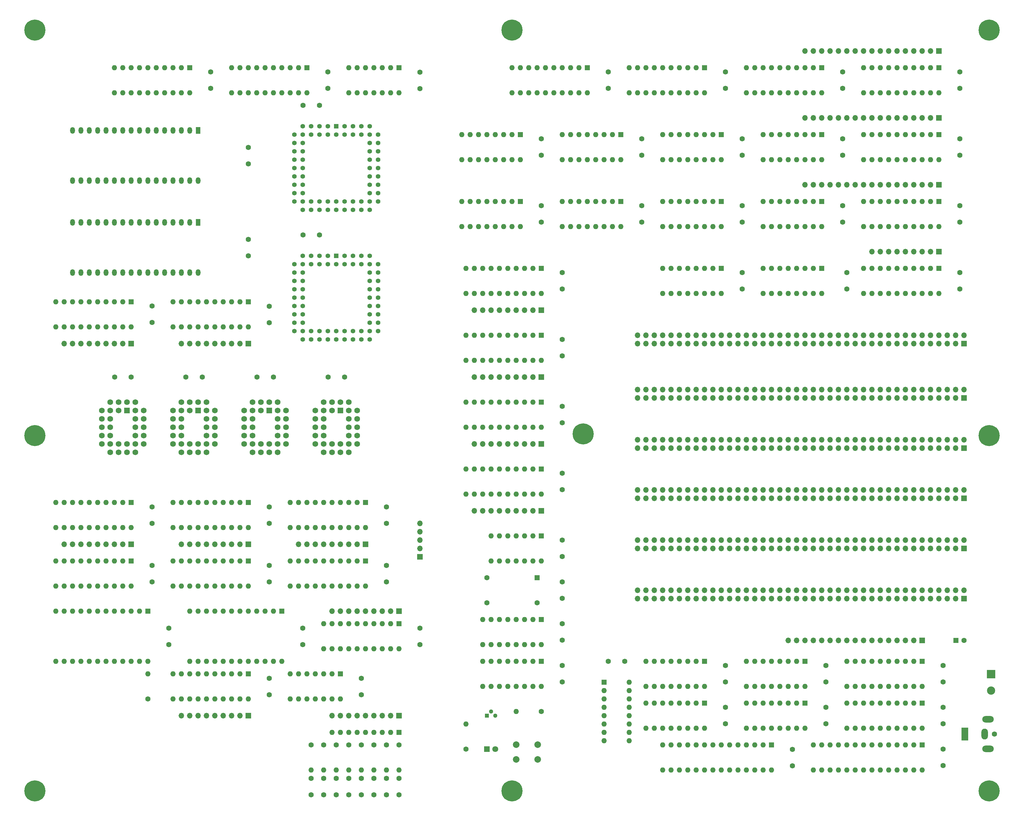
<source format=gbr>
G04 #@! TF.GenerationSoftware,KiCad,Pcbnew,(5.1.0-0)*
G04 #@! TF.CreationDate,2019-12-31T10:28:15-08:00*
G04 #@! TF.ProjectId,MainBoard,4d61696e-426f-4617-9264-2e6b69636164,rev?*
G04 #@! TF.SameCoordinates,Original*
G04 #@! TF.FileFunction,Soldermask,Top*
G04 #@! TF.FilePolarity,Negative*
%FSLAX46Y46*%
G04 Gerber Fmt 4.6, Leading zero omitted, Abs format (unit mm)*
G04 Created by KiCad (PCBNEW (5.1.0-0)) date 2019-12-31 10:28:15*
%MOMM*%
%LPD*%
G04 APERTURE LIST*
%ADD10C,1.600000*%
%ADD11R,1.600000X1.600000*%
%ADD12R,1.750000X1.750000*%
%ADD13C,1.750000*%
%ADD14O,1.700000X1.700000*%
%ADD15R,1.700000X1.700000*%
%ADD16O,1.600000X1.600000*%
%ADD17R,1.300000X1.300000*%
%ADD18C,1.300000*%
%ADD19C,2.000000*%
%ADD20C,1.800000*%
%ADD21R,1.800000X1.800000*%
%ADD22C,6.400000*%
%ADD23O,1.440000X2.000000*%
%ADD24R,1.440000X2.000000*%
%ADD25R,2.000000X4.000000*%
%ADD26O,2.000000X3.300000*%
%ADD27O,3.500000X2.000000*%
%ADD28C,2.500000*%
%ADD29R,2.500000X2.500000*%
%ADD30C,1.422400*%
%ADD31R,1.422400X1.422400*%
G04 APERTURE END LIST*
D10*
X449580000Y-283210000D03*
D11*
X447080000Y-283210000D03*
D12*
X217170000Y-213360000D03*
D13*
X214630000Y-213360000D03*
X219710000Y-213360000D03*
X222250000Y-213360000D03*
X214630000Y-210820000D03*
X212090000Y-210820000D03*
X217170000Y-210820000D03*
X219710000Y-210820000D03*
X212090000Y-213360000D03*
X212090000Y-215900000D03*
X212090000Y-218440000D03*
X212090000Y-220980000D03*
X209550000Y-213360000D03*
X209550000Y-215900000D03*
X209550000Y-218440000D03*
X209550000Y-220980000D03*
X209550000Y-223520000D03*
X212090000Y-223520000D03*
X214630000Y-223520000D03*
X217170000Y-223520000D03*
X219710000Y-223520000D03*
X212090000Y-226060000D03*
X214630000Y-226060000D03*
X217170000Y-226060000D03*
X219710000Y-226060000D03*
X219710000Y-220980000D03*
X219710000Y-218440000D03*
X219710000Y-215900000D03*
X222250000Y-223520000D03*
X222250000Y-220980000D03*
X222250000Y-218440000D03*
X222250000Y-215900000D03*
X222250000Y-213360000D03*
D12*
X195580000Y-213360000D03*
D13*
X193040000Y-213360000D03*
X198120000Y-213360000D03*
X200660000Y-213360000D03*
X193040000Y-210820000D03*
X190500000Y-210820000D03*
X195580000Y-210820000D03*
X198120000Y-210820000D03*
X190500000Y-213360000D03*
X190500000Y-215900000D03*
X190500000Y-218440000D03*
X190500000Y-220980000D03*
X187960000Y-213360000D03*
X187960000Y-215900000D03*
X187960000Y-218440000D03*
X187960000Y-220980000D03*
X187960000Y-223520000D03*
X190500000Y-223520000D03*
X193040000Y-223520000D03*
X195580000Y-223520000D03*
X198120000Y-223520000D03*
X190500000Y-226060000D03*
X193040000Y-226060000D03*
X195580000Y-226060000D03*
X198120000Y-226060000D03*
X198120000Y-220980000D03*
X198120000Y-218440000D03*
X198120000Y-215900000D03*
X200660000Y-223520000D03*
X200660000Y-220980000D03*
X200660000Y-218440000D03*
X200660000Y-215900000D03*
X200660000Y-213360000D03*
D12*
X260350000Y-213360000D03*
D13*
X257810000Y-213360000D03*
X262890000Y-213360000D03*
X265430000Y-213360000D03*
X257810000Y-210820000D03*
X255270000Y-210820000D03*
X260350000Y-210820000D03*
X262890000Y-210820000D03*
X255270000Y-213360000D03*
X255270000Y-215900000D03*
X255270000Y-218440000D03*
X255270000Y-220980000D03*
X252730000Y-213360000D03*
X252730000Y-215900000D03*
X252730000Y-218440000D03*
X252730000Y-220980000D03*
X252730000Y-223520000D03*
X255270000Y-223520000D03*
X257810000Y-223520000D03*
X260350000Y-223520000D03*
X262890000Y-223520000D03*
X255270000Y-226060000D03*
X257810000Y-226060000D03*
X260350000Y-226060000D03*
X262890000Y-226060000D03*
X262890000Y-220980000D03*
X262890000Y-218440000D03*
X262890000Y-215900000D03*
X265430000Y-223520000D03*
X265430000Y-220980000D03*
X265430000Y-218440000D03*
X265430000Y-215900000D03*
X265430000Y-213360000D03*
D12*
X238760000Y-213360000D03*
D13*
X236220000Y-213360000D03*
X241300000Y-213360000D03*
X243840000Y-213360000D03*
X236220000Y-210820000D03*
X233680000Y-210820000D03*
X238760000Y-210820000D03*
X241300000Y-210820000D03*
X233680000Y-213360000D03*
X233680000Y-215900000D03*
X233680000Y-218440000D03*
X233680000Y-220980000D03*
X231140000Y-213360000D03*
X231140000Y-215900000D03*
X231140000Y-218440000D03*
X231140000Y-220980000D03*
X231140000Y-223520000D03*
X233680000Y-223520000D03*
X236220000Y-223520000D03*
X238760000Y-223520000D03*
X241300000Y-223520000D03*
X233680000Y-226060000D03*
X236220000Y-226060000D03*
X238760000Y-226060000D03*
X241300000Y-226060000D03*
X241300000Y-220980000D03*
X241300000Y-218440000D03*
X241300000Y-215900000D03*
X243840000Y-223520000D03*
X243840000Y-220980000D03*
X243840000Y-218440000D03*
X243840000Y-215900000D03*
X243840000Y-213360000D03*
D14*
X284480000Y-247650000D03*
X284480000Y-250190000D03*
X284480000Y-252730000D03*
X284480000Y-255270000D03*
D15*
X284480000Y-257810000D03*
D10*
X266700000Y-299720000D03*
X266700000Y-294720000D03*
D14*
X212090000Y-306070000D03*
X214630000Y-306070000D03*
X217170000Y-306070000D03*
X219710000Y-306070000D03*
X222250000Y-306070000D03*
X224790000Y-306070000D03*
X227330000Y-306070000D03*
X229870000Y-306070000D03*
D15*
X232410000Y-306070000D03*
D16*
X278130000Y-285750000D03*
X255270000Y-278130000D03*
X275590000Y-285750000D03*
X257810000Y-278130000D03*
X273050000Y-285750000D03*
X260350000Y-278130000D03*
X270510000Y-285750000D03*
X262890000Y-278130000D03*
X267970000Y-285750000D03*
X265430000Y-278130000D03*
X265430000Y-285750000D03*
X267970000Y-278130000D03*
X262890000Y-285750000D03*
X270510000Y-278130000D03*
X260350000Y-285750000D03*
X273050000Y-278130000D03*
X257810000Y-285750000D03*
X275590000Y-278130000D03*
X255270000Y-285750000D03*
D11*
X278130000Y-278130000D03*
D16*
X260350000Y-300990000D03*
X245110000Y-293370000D03*
X257810000Y-300990000D03*
X247650000Y-293370000D03*
X255270000Y-300990000D03*
X250190000Y-293370000D03*
X252730000Y-300990000D03*
X252730000Y-293370000D03*
X250190000Y-300990000D03*
X255270000Y-293370000D03*
X247650000Y-300990000D03*
X257810000Y-293370000D03*
X245110000Y-300990000D03*
D11*
X260350000Y-293370000D03*
D10*
X327660000Y-278130000D03*
X327660000Y-283130000D03*
D16*
X278130000Y-322580000D03*
D10*
X278130000Y-314960000D03*
D16*
X274320000Y-322580000D03*
D10*
X274320000Y-314960000D03*
D16*
X270510000Y-322580000D03*
D10*
X270510000Y-314960000D03*
D16*
X266700000Y-322580000D03*
D10*
X266700000Y-314960000D03*
D16*
X262890000Y-322580000D03*
D10*
X262890000Y-314960000D03*
D16*
X259080000Y-322580000D03*
D10*
X259080000Y-314960000D03*
D16*
X255270000Y-322580000D03*
D10*
X255270000Y-314960000D03*
D16*
X251460000Y-322580000D03*
D10*
X251460000Y-314960000D03*
X278130000Y-330120000D03*
X278130000Y-325120000D03*
X274320000Y-330120000D03*
X274320000Y-325120000D03*
X270510000Y-330120000D03*
X270510000Y-325120000D03*
X266700000Y-330120000D03*
X266700000Y-325120000D03*
X262890000Y-330120000D03*
X262890000Y-325120000D03*
X259080000Y-330120000D03*
X259080000Y-325120000D03*
X255270000Y-330120000D03*
X255270000Y-325120000D03*
X251460000Y-330120000D03*
X251460000Y-325120000D03*
D16*
X321310000Y-297180000D03*
X303530000Y-289560000D03*
X318770000Y-297180000D03*
X306070000Y-289560000D03*
X316230000Y-297180000D03*
X308610000Y-289560000D03*
X313690000Y-297180000D03*
X311150000Y-289560000D03*
X311150000Y-297180000D03*
X313690000Y-289560000D03*
X308610000Y-297180000D03*
X316230000Y-289560000D03*
X306070000Y-297180000D03*
X318770000Y-289560000D03*
X303530000Y-297180000D03*
D11*
X321310000Y-289560000D03*
D17*
X304800000Y-306070000D03*
D18*
X307340000Y-306070000D03*
X306070000Y-304800000D03*
D16*
X321310000Y-259080000D03*
X306070000Y-251460000D03*
X318770000Y-259080000D03*
X308610000Y-251460000D03*
X316230000Y-259080000D03*
X311150000Y-251460000D03*
X313690000Y-259080000D03*
X313690000Y-251460000D03*
X311150000Y-259080000D03*
X316230000Y-251460000D03*
X308610000Y-259080000D03*
X318770000Y-251460000D03*
X306070000Y-259080000D03*
D11*
X321310000Y-251460000D03*
D19*
X313690000Y-319350000D03*
X313690000Y-314850000D03*
X320190000Y-319350000D03*
X320190000Y-314850000D03*
D16*
X298450000Y-308610000D03*
D10*
X298450000Y-316230000D03*
D16*
X313690000Y-304800000D03*
D10*
X321310000Y-304800000D03*
D20*
X307340000Y-316230000D03*
D21*
X304800000Y-316230000D03*
D10*
X327660000Y-290830000D03*
X327660000Y-295830000D03*
X327660000Y-252730000D03*
X327660000Y-257730000D03*
X327660000Y-265430000D03*
X327660000Y-270430000D03*
D16*
X232410000Y-300990000D03*
X209550000Y-293370000D03*
X229870000Y-300990000D03*
X212090000Y-293370000D03*
X227330000Y-300990000D03*
X214630000Y-293370000D03*
X224790000Y-300990000D03*
X217170000Y-293370000D03*
X222250000Y-300990000D03*
X219710000Y-293370000D03*
X219710000Y-300990000D03*
X222250000Y-293370000D03*
X217170000Y-300990000D03*
X224790000Y-293370000D03*
X214630000Y-300990000D03*
X227330000Y-293370000D03*
X212090000Y-300990000D03*
X229870000Y-293370000D03*
X209550000Y-300990000D03*
D11*
X232410000Y-293370000D03*
D16*
X201930000Y-289560000D03*
X173990000Y-274320000D03*
X199390000Y-289560000D03*
X176530000Y-274320000D03*
X196850000Y-289560000D03*
X179070000Y-274320000D03*
X194310000Y-289560000D03*
X181610000Y-274320000D03*
X191770000Y-289560000D03*
X184150000Y-274320000D03*
X189230000Y-289560000D03*
X186690000Y-274320000D03*
X186690000Y-289560000D03*
X189230000Y-274320000D03*
X184150000Y-289560000D03*
X191770000Y-274320000D03*
X181610000Y-289560000D03*
X194310000Y-274320000D03*
X179070000Y-289560000D03*
X196850000Y-274320000D03*
X176530000Y-289560000D03*
X199390000Y-274320000D03*
X173990000Y-289560000D03*
D11*
X201930000Y-274320000D03*
D16*
X242570000Y-289560000D03*
X214630000Y-274320000D03*
X240030000Y-289560000D03*
X217170000Y-274320000D03*
X237490000Y-289560000D03*
X219710000Y-274320000D03*
X234950000Y-289560000D03*
X222250000Y-274320000D03*
X232410000Y-289560000D03*
X224790000Y-274320000D03*
X229870000Y-289560000D03*
X227330000Y-274320000D03*
X227330000Y-289560000D03*
X229870000Y-274320000D03*
X224790000Y-289560000D03*
X232410000Y-274320000D03*
X222250000Y-289560000D03*
X234950000Y-274320000D03*
X219710000Y-289560000D03*
X237490000Y-274320000D03*
X217170000Y-289560000D03*
X240030000Y-274320000D03*
X214630000Y-289560000D03*
D11*
X242570000Y-274320000D03*
D16*
X201930000Y-293370000D03*
D10*
X201930000Y-300990000D03*
D14*
X257810000Y-274320000D03*
X260350000Y-274320000D03*
X262890000Y-274320000D03*
X265430000Y-274320000D03*
X267970000Y-274320000D03*
X270510000Y-274320000D03*
X273050000Y-274320000D03*
X275590000Y-274320000D03*
D15*
X278130000Y-274320000D03*
D10*
X238760000Y-299720000D03*
X238760000Y-294720000D03*
X248920000Y-279480000D03*
X248920000Y-284480000D03*
X284480000Y-279480000D03*
X284480000Y-284480000D03*
X208280000Y-279480000D03*
X208280000Y-284480000D03*
D16*
X321310000Y-284480000D03*
X303530000Y-276860000D03*
X318770000Y-284480000D03*
X306070000Y-276860000D03*
X316230000Y-284480000D03*
X308610000Y-276860000D03*
X313690000Y-284480000D03*
X311150000Y-276860000D03*
X311150000Y-284480000D03*
X313690000Y-276860000D03*
X308610000Y-284480000D03*
X316230000Y-276860000D03*
X306070000Y-284480000D03*
X318770000Y-276860000D03*
X303530000Y-284480000D03*
D11*
X321310000Y-276860000D03*
D10*
X304800000Y-264160000D03*
X304800000Y-271780000D03*
X320040000Y-271780000D03*
D11*
X320040000Y-264160000D03*
D16*
X370840000Y-309880000D03*
X353060000Y-302260000D03*
X368300000Y-309880000D03*
X355600000Y-302260000D03*
X365760000Y-309880000D03*
X358140000Y-302260000D03*
X363220000Y-309880000D03*
X360680000Y-302260000D03*
X360680000Y-309880000D03*
X363220000Y-302260000D03*
X358140000Y-309880000D03*
X365760000Y-302260000D03*
X355600000Y-309880000D03*
X368300000Y-302260000D03*
X353060000Y-309880000D03*
D11*
X370840000Y-302260000D03*
D16*
X401320000Y-309880000D03*
X383540000Y-302260000D03*
X398780000Y-309880000D03*
X386080000Y-302260000D03*
X396240000Y-309880000D03*
X388620000Y-302260000D03*
X393700000Y-309880000D03*
X391160000Y-302260000D03*
X391160000Y-309880000D03*
X393700000Y-302260000D03*
X388620000Y-309880000D03*
X396240000Y-302260000D03*
X386080000Y-309880000D03*
X398780000Y-302260000D03*
X383540000Y-309880000D03*
D11*
X401320000Y-302260000D03*
D16*
X436880000Y-297180000D03*
X414020000Y-289560000D03*
X434340000Y-297180000D03*
X416560000Y-289560000D03*
X431800000Y-297180000D03*
X419100000Y-289560000D03*
X429260000Y-297180000D03*
X421640000Y-289560000D03*
X426720000Y-297180000D03*
X424180000Y-289560000D03*
X424180000Y-297180000D03*
X426720000Y-289560000D03*
X421640000Y-297180000D03*
X429260000Y-289560000D03*
X419100000Y-297180000D03*
X431800000Y-289560000D03*
X416560000Y-297180000D03*
X434340000Y-289560000D03*
X414020000Y-297180000D03*
D11*
X436880000Y-289560000D03*
D16*
X370840000Y-297180000D03*
X353060000Y-289560000D03*
X368300000Y-297180000D03*
X355600000Y-289560000D03*
X365760000Y-297180000D03*
X358140000Y-289560000D03*
X363220000Y-297180000D03*
X360680000Y-289560000D03*
X360680000Y-297180000D03*
X363220000Y-289560000D03*
X358140000Y-297180000D03*
X365760000Y-289560000D03*
X355600000Y-297180000D03*
X368300000Y-289560000D03*
X353060000Y-297180000D03*
D11*
X370840000Y-289560000D03*
D16*
X436880000Y-309880000D03*
X414020000Y-302260000D03*
X434340000Y-309880000D03*
X416560000Y-302260000D03*
X431800000Y-309880000D03*
X419100000Y-302260000D03*
X429260000Y-309880000D03*
X421640000Y-302260000D03*
X426720000Y-309880000D03*
X424180000Y-302260000D03*
X424180000Y-309880000D03*
X426720000Y-302260000D03*
X421640000Y-309880000D03*
X429260000Y-302260000D03*
X419100000Y-309880000D03*
X431800000Y-302260000D03*
X416560000Y-309880000D03*
X434340000Y-302260000D03*
X414020000Y-309880000D03*
D11*
X436880000Y-302260000D03*
D16*
X401320000Y-297180000D03*
X383540000Y-289560000D03*
X398780000Y-297180000D03*
X386080000Y-289560000D03*
X396240000Y-297180000D03*
X388620000Y-289560000D03*
X393700000Y-297180000D03*
X391160000Y-289560000D03*
X391160000Y-297180000D03*
X393700000Y-289560000D03*
X388620000Y-297180000D03*
X396240000Y-289560000D03*
X386080000Y-297180000D03*
X398780000Y-289560000D03*
X383540000Y-297180000D03*
D11*
X401320000Y-289560000D03*
D16*
X391160000Y-322580000D03*
X358140000Y-314960000D03*
X388620000Y-322580000D03*
X360680000Y-314960000D03*
X386080000Y-322580000D03*
X363220000Y-314960000D03*
X383540000Y-322580000D03*
X365760000Y-314960000D03*
X381000000Y-322580000D03*
X368300000Y-314960000D03*
X378460000Y-322580000D03*
X370840000Y-314960000D03*
X375920000Y-322580000D03*
X373380000Y-314960000D03*
X373380000Y-322580000D03*
X375920000Y-314960000D03*
X370840000Y-322580000D03*
X378460000Y-314960000D03*
X368300000Y-322580000D03*
X381000000Y-314960000D03*
X365760000Y-322580000D03*
X383540000Y-314960000D03*
X363220000Y-322580000D03*
X386080000Y-314960000D03*
X360680000Y-322580000D03*
X388620000Y-314960000D03*
X358140000Y-322580000D03*
D11*
X391160000Y-314960000D03*
D16*
X436880000Y-322580000D03*
X403860000Y-314960000D03*
X434340000Y-322580000D03*
X406400000Y-314960000D03*
X431800000Y-322580000D03*
X408940000Y-314960000D03*
X429260000Y-322580000D03*
X411480000Y-314960000D03*
X426720000Y-322580000D03*
X414020000Y-314960000D03*
X424180000Y-322580000D03*
X416560000Y-314960000D03*
X421640000Y-322580000D03*
X419100000Y-314960000D03*
X419100000Y-322580000D03*
X421640000Y-314960000D03*
X416560000Y-322580000D03*
X424180000Y-314960000D03*
X414020000Y-322580000D03*
X426720000Y-314960000D03*
X411480000Y-322580000D03*
X429260000Y-314960000D03*
X408940000Y-322580000D03*
X431800000Y-314960000D03*
X406400000Y-322580000D03*
X434340000Y-314960000D03*
X403860000Y-322580000D03*
D11*
X436880000Y-314960000D03*
D16*
X347980000Y-295910000D03*
X340360000Y-313690000D03*
X347980000Y-298450000D03*
X340360000Y-311150000D03*
X347980000Y-300990000D03*
X340360000Y-308610000D03*
X347980000Y-303530000D03*
X340360000Y-306070000D03*
X347980000Y-306070000D03*
X340360000Y-303530000D03*
X347980000Y-308610000D03*
X340360000Y-300990000D03*
X347980000Y-311150000D03*
X340360000Y-298450000D03*
X347980000Y-313690000D03*
D11*
X340360000Y-295910000D03*
D14*
X396240000Y-283210000D03*
X398780000Y-283210000D03*
X401320000Y-283210000D03*
X403860000Y-283210000D03*
X406400000Y-283210000D03*
X408940000Y-283210000D03*
X411480000Y-283210000D03*
X414020000Y-283210000D03*
X416560000Y-283210000D03*
X419100000Y-283210000D03*
X421640000Y-283210000D03*
X424180000Y-283210000D03*
X426720000Y-283210000D03*
X429260000Y-283210000D03*
X431800000Y-283210000D03*
X434340000Y-283210000D03*
D15*
X436880000Y-283210000D03*
D10*
X377190000Y-290830000D03*
X377190000Y-295830000D03*
X407670000Y-290830000D03*
X407670000Y-295830000D03*
X407670000Y-303530000D03*
X407670000Y-308530000D03*
X443230000Y-303530000D03*
X443230000Y-308530000D03*
X377190000Y-303530000D03*
X377190000Y-308530000D03*
X443230000Y-290830000D03*
X443230000Y-295830000D03*
X443230000Y-321230000D03*
X443230000Y-316230000D03*
X341630000Y-289560000D03*
X346630000Y-289560000D03*
X397510000Y-316310000D03*
X397510000Y-321310000D03*
D14*
X350520000Y-267970000D03*
X350520000Y-270510000D03*
X353060000Y-267970000D03*
X353060000Y-270510000D03*
X355600000Y-267970000D03*
X355600000Y-270510000D03*
X358140000Y-267970000D03*
X358140000Y-270510000D03*
X360680000Y-267970000D03*
X360680000Y-270510000D03*
X363220000Y-267970000D03*
X363220000Y-270510000D03*
X365760000Y-267970000D03*
X365760000Y-270510000D03*
X368300000Y-267970000D03*
X368300000Y-270510000D03*
X370840000Y-267970000D03*
X370840000Y-270510000D03*
X373380000Y-267970000D03*
X373380000Y-270510000D03*
X375920000Y-267970000D03*
X375920000Y-270510000D03*
X378460000Y-267970000D03*
X378460000Y-270510000D03*
X381000000Y-267970000D03*
X381000000Y-270510000D03*
X383540000Y-267970000D03*
X383540000Y-270510000D03*
X386080000Y-267970000D03*
X386080000Y-270510000D03*
X388620000Y-267970000D03*
X388620000Y-270510000D03*
X391160000Y-267970000D03*
X391160000Y-270510000D03*
X393700000Y-267970000D03*
X393700000Y-270510000D03*
X396240000Y-267970000D03*
X396240000Y-270510000D03*
X398780000Y-267970000D03*
X398780000Y-270510000D03*
X401320000Y-267970000D03*
X401320000Y-270510000D03*
X403860000Y-267970000D03*
X403860000Y-270510000D03*
X406400000Y-267970000D03*
X406400000Y-270510000D03*
X408940000Y-267970000D03*
X408940000Y-270510000D03*
X411480000Y-267970000D03*
X411480000Y-270510000D03*
X414020000Y-267970000D03*
X414020000Y-270510000D03*
X416560000Y-267970000D03*
X416560000Y-270510000D03*
X419100000Y-267970000D03*
X419100000Y-270510000D03*
X421640000Y-267970000D03*
X421640000Y-270510000D03*
X424180000Y-267970000D03*
X424180000Y-270510000D03*
X426720000Y-267970000D03*
X426720000Y-270510000D03*
X429260000Y-267970000D03*
X429260000Y-270510000D03*
X431800000Y-267970000D03*
X431800000Y-270510000D03*
X434340000Y-267970000D03*
X434340000Y-270510000D03*
X436880000Y-267970000D03*
X436880000Y-270510000D03*
X439420000Y-267970000D03*
X439420000Y-270510000D03*
X441960000Y-267970000D03*
X441960000Y-270510000D03*
X444500000Y-267970000D03*
X444500000Y-270510000D03*
X447040000Y-267970000D03*
X447040000Y-270510000D03*
X449580000Y-267970000D03*
D15*
X449580000Y-270510000D03*
D14*
X350520000Y-222250000D03*
X350520000Y-224790000D03*
X353060000Y-222250000D03*
X353060000Y-224790000D03*
X355600000Y-222250000D03*
X355600000Y-224790000D03*
X358140000Y-222250000D03*
X358140000Y-224790000D03*
X360680000Y-222250000D03*
X360680000Y-224790000D03*
X363220000Y-222250000D03*
X363220000Y-224790000D03*
X365760000Y-222250000D03*
X365760000Y-224790000D03*
X368300000Y-222250000D03*
X368300000Y-224790000D03*
X370840000Y-222250000D03*
X370840000Y-224790000D03*
X373380000Y-222250000D03*
X373380000Y-224790000D03*
X375920000Y-222250000D03*
X375920000Y-224790000D03*
X378460000Y-222250000D03*
X378460000Y-224790000D03*
X381000000Y-222250000D03*
X381000000Y-224790000D03*
X383540000Y-222250000D03*
X383540000Y-224790000D03*
X386080000Y-222250000D03*
X386080000Y-224790000D03*
X388620000Y-222250000D03*
X388620000Y-224790000D03*
X391160000Y-222250000D03*
X391160000Y-224790000D03*
X393700000Y-222250000D03*
X393700000Y-224790000D03*
X396240000Y-222250000D03*
X396240000Y-224790000D03*
X398780000Y-222250000D03*
X398780000Y-224790000D03*
X401320000Y-222250000D03*
X401320000Y-224790000D03*
X403860000Y-222250000D03*
X403860000Y-224790000D03*
X406400000Y-222250000D03*
X406400000Y-224790000D03*
X408940000Y-222250000D03*
X408940000Y-224790000D03*
X411480000Y-222250000D03*
X411480000Y-224790000D03*
X414020000Y-222250000D03*
X414020000Y-224790000D03*
X416560000Y-222250000D03*
X416560000Y-224790000D03*
X419100000Y-222250000D03*
X419100000Y-224790000D03*
X421640000Y-222250000D03*
X421640000Y-224790000D03*
X424180000Y-222250000D03*
X424180000Y-224790000D03*
X426720000Y-222250000D03*
X426720000Y-224790000D03*
X429260000Y-222250000D03*
X429260000Y-224790000D03*
X431800000Y-222250000D03*
X431800000Y-224790000D03*
X434340000Y-222250000D03*
X434340000Y-224790000D03*
X436880000Y-222250000D03*
X436880000Y-224790000D03*
X439420000Y-222250000D03*
X439420000Y-224790000D03*
X441960000Y-222250000D03*
X441960000Y-224790000D03*
X444500000Y-222250000D03*
X444500000Y-224790000D03*
X447040000Y-222250000D03*
X447040000Y-224790000D03*
X449580000Y-222250000D03*
D15*
X449580000Y-224790000D03*
D14*
X350520000Y-252730000D03*
X350520000Y-255270000D03*
X353060000Y-252730000D03*
X353060000Y-255270000D03*
X355600000Y-252730000D03*
X355600000Y-255270000D03*
X358140000Y-252730000D03*
X358140000Y-255270000D03*
X360680000Y-252730000D03*
X360680000Y-255270000D03*
X363220000Y-252730000D03*
X363220000Y-255270000D03*
X365760000Y-252730000D03*
X365760000Y-255270000D03*
X368300000Y-252730000D03*
X368300000Y-255270000D03*
X370840000Y-252730000D03*
X370840000Y-255270000D03*
X373380000Y-252730000D03*
X373380000Y-255270000D03*
X375920000Y-252730000D03*
X375920000Y-255270000D03*
X378460000Y-252730000D03*
X378460000Y-255270000D03*
X381000000Y-252730000D03*
X381000000Y-255270000D03*
X383540000Y-252730000D03*
X383540000Y-255270000D03*
X386080000Y-252730000D03*
X386080000Y-255270000D03*
X388620000Y-252730000D03*
X388620000Y-255270000D03*
X391160000Y-252730000D03*
X391160000Y-255270000D03*
X393700000Y-252730000D03*
X393700000Y-255270000D03*
X396240000Y-252730000D03*
X396240000Y-255270000D03*
X398780000Y-252730000D03*
X398780000Y-255270000D03*
X401320000Y-252730000D03*
X401320000Y-255270000D03*
X403860000Y-252730000D03*
X403860000Y-255270000D03*
X406400000Y-252730000D03*
X406400000Y-255270000D03*
X408940000Y-252730000D03*
X408940000Y-255270000D03*
X411480000Y-252730000D03*
X411480000Y-255270000D03*
X414020000Y-252730000D03*
X414020000Y-255270000D03*
X416560000Y-252730000D03*
X416560000Y-255270000D03*
X419100000Y-252730000D03*
X419100000Y-255270000D03*
X421640000Y-252730000D03*
X421640000Y-255270000D03*
X424180000Y-252730000D03*
X424180000Y-255270000D03*
X426720000Y-252730000D03*
X426720000Y-255270000D03*
X429260000Y-252730000D03*
X429260000Y-255270000D03*
X431800000Y-252730000D03*
X431800000Y-255270000D03*
X434340000Y-252730000D03*
X434340000Y-255270000D03*
X436880000Y-252730000D03*
X436880000Y-255270000D03*
X439420000Y-252730000D03*
X439420000Y-255270000D03*
X441960000Y-252730000D03*
X441960000Y-255270000D03*
X444500000Y-252730000D03*
X444500000Y-255270000D03*
X447040000Y-252730000D03*
X447040000Y-255270000D03*
X449580000Y-252730000D03*
D15*
X449580000Y-255270000D03*
D14*
X350520000Y-207010000D03*
X350520000Y-209550000D03*
X353060000Y-207010000D03*
X353060000Y-209550000D03*
X355600000Y-207010000D03*
X355600000Y-209550000D03*
X358140000Y-207010000D03*
X358140000Y-209550000D03*
X360680000Y-207010000D03*
X360680000Y-209550000D03*
X363220000Y-207010000D03*
X363220000Y-209550000D03*
X365760000Y-207010000D03*
X365760000Y-209550000D03*
X368300000Y-207010000D03*
X368300000Y-209550000D03*
X370840000Y-207010000D03*
X370840000Y-209550000D03*
X373380000Y-207010000D03*
X373380000Y-209550000D03*
X375920000Y-207010000D03*
X375920000Y-209550000D03*
X378460000Y-207010000D03*
X378460000Y-209550000D03*
X381000000Y-207010000D03*
X381000000Y-209550000D03*
X383540000Y-207010000D03*
X383540000Y-209550000D03*
X386080000Y-207010000D03*
X386080000Y-209550000D03*
X388620000Y-207010000D03*
X388620000Y-209550000D03*
X391160000Y-207010000D03*
X391160000Y-209550000D03*
X393700000Y-207010000D03*
X393700000Y-209550000D03*
X396240000Y-207010000D03*
X396240000Y-209550000D03*
X398780000Y-207010000D03*
X398780000Y-209550000D03*
X401320000Y-207010000D03*
X401320000Y-209550000D03*
X403860000Y-207010000D03*
X403860000Y-209550000D03*
X406400000Y-207010000D03*
X406400000Y-209550000D03*
X408940000Y-207010000D03*
X408940000Y-209550000D03*
X411480000Y-207010000D03*
X411480000Y-209550000D03*
X414020000Y-207010000D03*
X414020000Y-209550000D03*
X416560000Y-207010000D03*
X416560000Y-209550000D03*
X419100000Y-207010000D03*
X419100000Y-209550000D03*
X421640000Y-207010000D03*
X421640000Y-209550000D03*
X424180000Y-207010000D03*
X424180000Y-209550000D03*
X426720000Y-207010000D03*
X426720000Y-209550000D03*
X429260000Y-207010000D03*
X429260000Y-209550000D03*
X431800000Y-207010000D03*
X431800000Y-209550000D03*
X434340000Y-207010000D03*
X434340000Y-209550000D03*
X436880000Y-207010000D03*
X436880000Y-209550000D03*
X439420000Y-207010000D03*
X439420000Y-209550000D03*
X441960000Y-207010000D03*
X441960000Y-209550000D03*
X444500000Y-207010000D03*
X444500000Y-209550000D03*
X447040000Y-207010000D03*
X447040000Y-209550000D03*
X449580000Y-207010000D03*
D15*
X449580000Y-209550000D03*
D14*
X350520000Y-237490000D03*
X350520000Y-240030000D03*
X353060000Y-237490000D03*
X353060000Y-240030000D03*
X355600000Y-237490000D03*
X355600000Y-240030000D03*
X358140000Y-237490000D03*
X358140000Y-240030000D03*
X360680000Y-237490000D03*
X360680000Y-240030000D03*
X363220000Y-237490000D03*
X363220000Y-240030000D03*
X365760000Y-237490000D03*
X365760000Y-240030000D03*
X368300000Y-237490000D03*
X368300000Y-240030000D03*
X370840000Y-237490000D03*
X370840000Y-240030000D03*
X373380000Y-237490000D03*
X373380000Y-240030000D03*
X375920000Y-237490000D03*
X375920000Y-240030000D03*
X378460000Y-237490000D03*
X378460000Y-240030000D03*
X381000000Y-237490000D03*
X381000000Y-240030000D03*
X383540000Y-237490000D03*
X383540000Y-240030000D03*
X386080000Y-237490000D03*
X386080000Y-240030000D03*
X388620000Y-237490000D03*
X388620000Y-240030000D03*
X391160000Y-237490000D03*
X391160000Y-240030000D03*
X393700000Y-237490000D03*
X393700000Y-240030000D03*
X396240000Y-237490000D03*
X396240000Y-240030000D03*
X398780000Y-237490000D03*
X398780000Y-240030000D03*
X401320000Y-237490000D03*
X401320000Y-240030000D03*
X403860000Y-237490000D03*
X403860000Y-240030000D03*
X406400000Y-237490000D03*
X406400000Y-240030000D03*
X408940000Y-237490000D03*
X408940000Y-240030000D03*
X411480000Y-237490000D03*
X411480000Y-240030000D03*
X414020000Y-237490000D03*
X414020000Y-240030000D03*
X416560000Y-237490000D03*
X416560000Y-240030000D03*
X419100000Y-237490000D03*
X419100000Y-240030000D03*
X421640000Y-237490000D03*
X421640000Y-240030000D03*
X424180000Y-237490000D03*
X424180000Y-240030000D03*
X426720000Y-237490000D03*
X426720000Y-240030000D03*
X429260000Y-237490000D03*
X429260000Y-240030000D03*
X431800000Y-237490000D03*
X431800000Y-240030000D03*
X434340000Y-237490000D03*
X434340000Y-240030000D03*
X436880000Y-237490000D03*
X436880000Y-240030000D03*
X439420000Y-237490000D03*
X439420000Y-240030000D03*
X441960000Y-237490000D03*
X441960000Y-240030000D03*
X444500000Y-237490000D03*
X444500000Y-240030000D03*
X447040000Y-237490000D03*
X447040000Y-240030000D03*
X449580000Y-237490000D03*
D15*
X449580000Y-240030000D03*
D14*
X350520000Y-190500000D03*
X350520000Y-193040000D03*
X353060000Y-190500000D03*
X353060000Y-193040000D03*
X355600000Y-190500000D03*
X355600000Y-193040000D03*
X358140000Y-190500000D03*
X358140000Y-193040000D03*
X360680000Y-190500000D03*
X360680000Y-193040000D03*
X363220000Y-190500000D03*
X363220000Y-193040000D03*
X365760000Y-190500000D03*
X365760000Y-193040000D03*
X368300000Y-190500000D03*
X368300000Y-193040000D03*
X370840000Y-190500000D03*
X370840000Y-193040000D03*
X373380000Y-190500000D03*
X373380000Y-193040000D03*
X375920000Y-190500000D03*
X375920000Y-193040000D03*
X378460000Y-190500000D03*
X378460000Y-193040000D03*
X381000000Y-190500000D03*
X381000000Y-193040000D03*
X383540000Y-190500000D03*
X383540000Y-193040000D03*
X386080000Y-190500000D03*
X386080000Y-193040000D03*
X388620000Y-190500000D03*
X388620000Y-193040000D03*
X391160000Y-190500000D03*
X391160000Y-193040000D03*
X393700000Y-190500000D03*
X393700000Y-193040000D03*
X396240000Y-190500000D03*
X396240000Y-193040000D03*
X398780000Y-190500000D03*
X398780000Y-193040000D03*
X401320000Y-190500000D03*
X401320000Y-193040000D03*
X403860000Y-190500000D03*
X403860000Y-193040000D03*
X406400000Y-190500000D03*
X406400000Y-193040000D03*
X408940000Y-190500000D03*
X408940000Y-193040000D03*
X411480000Y-190500000D03*
X411480000Y-193040000D03*
X414020000Y-190500000D03*
X414020000Y-193040000D03*
X416560000Y-190500000D03*
X416560000Y-193040000D03*
X419100000Y-190500000D03*
X419100000Y-193040000D03*
X421640000Y-190500000D03*
X421640000Y-193040000D03*
X424180000Y-190500000D03*
X424180000Y-193040000D03*
X426720000Y-190500000D03*
X426720000Y-193040000D03*
X429260000Y-190500000D03*
X429260000Y-193040000D03*
X431800000Y-190500000D03*
X431800000Y-193040000D03*
X434340000Y-190500000D03*
X434340000Y-193040000D03*
X436880000Y-190500000D03*
X436880000Y-193040000D03*
X439420000Y-190500000D03*
X439420000Y-193040000D03*
X441960000Y-190500000D03*
X441960000Y-193040000D03*
X444500000Y-190500000D03*
X444500000Y-193040000D03*
X447040000Y-190500000D03*
X447040000Y-193040000D03*
X449580000Y-190500000D03*
D15*
X449580000Y-193040000D03*
D22*
X312420000Y-328930000D03*
X334010000Y-220472000D03*
X312420000Y-97790000D03*
X457200000Y-220980000D03*
D16*
X196850000Y-266700000D03*
X173990000Y-259080000D03*
X194310000Y-266700000D03*
X176530000Y-259080000D03*
X191770000Y-266700000D03*
X179070000Y-259080000D03*
X189230000Y-266700000D03*
X181610000Y-259080000D03*
X186690000Y-266700000D03*
X184150000Y-259080000D03*
X184150000Y-266700000D03*
X186690000Y-259080000D03*
X181610000Y-266700000D03*
X189230000Y-259080000D03*
X179070000Y-266700000D03*
X191770000Y-259080000D03*
X176530000Y-266700000D03*
X194310000Y-259080000D03*
X173990000Y-266700000D03*
D11*
X196850000Y-259080000D03*
D16*
X196850000Y-248920000D03*
X173990000Y-241300000D03*
X194310000Y-248920000D03*
X176530000Y-241300000D03*
X191770000Y-248920000D03*
X179070000Y-241300000D03*
X189230000Y-248920000D03*
X181610000Y-241300000D03*
X186690000Y-248920000D03*
X184150000Y-241300000D03*
X184150000Y-248920000D03*
X186690000Y-241300000D03*
X181610000Y-248920000D03*
X189230000Y-241300000D03*
X179070000Y-248920000D03*
X191770000Y-241300000D03*
X176530000Y-248920000D03*
X194310000Y-241300000D03*
X173990000Y-248920000D03*
D11*
X196850000Y-241300000D03*
D16*
X345440000Y-157480000D03*
X327660000Y-149860000D03*
X342900000Y-157480000D03*
X330200000Y-149860000D03*
X340360000Y-157480000D03*
X332740000Y-149860000D03*
X337820000Y-157480000D03*
X335280000Y-149860000D03*
X335280000Y-157480000D03*
X337820000Y-149860000D03*
X332740000Y-157480000D03*
X340360000Y-149860000D03*
X330200000Y-157480000D03*
X342900000Y-149860000D03*
X327660000Y-157480000D03*
D11*
X345440000Y-149860000D03*
D15*
X321310000Y-243840000D03*
D14*
X318770000Y-243840000D03*
X316230000Y-243840000D03*
X313690000Y-243840000D03*
X311150000Y-243840000D03*
X308610000Y-243840000D03*
X306070000Y-243840000D03*
X303530000Y-243840000D03*
X300990000Y-243840000D03*
X300990000Y-223520000D03*
X303530000Y-223520000D03*
X306070000Y-223520000D03*
X308610000Y-223520000D03*
X311150000Y-223520000D03*
X313690000Y-223520000D03*
X316230000Y-223520000D03*
X318770000Y-223520000D03*
D15*
X321310000Y-223520000D03*
D14*
X300990000Y-203200000D03*
X303530000Y-203200000D03*
X306070000Y-203200000D03*
X308610000Y-203200000D03*
X311150000Y-203200000D03*
X313690000Y-203200000D03*
X316230000Y-203200000D03*
X318770000Y-203200000D03*
D15*
X321310000Y-203200000D03*
D14*
X300990000Y-182880000D03*
X303530000Y-182880000D03*
X306070000Y-182880000D03*
X308610000Y-182880000D03*
X311150000Y-182880000D03*
X313690000Y-182880000D03*
X316230000Y-182880000D03*
X318770000Y-182880000D03*
D15*
X321310000Y-182880000D03*
D11*
X321310000Y-231140000D03*
D16*
X298450000Y-238760000D03*
X318770000Y-231140000D03*
X300990000Y-238760000D03*
X316230000Y-231140000D03*
X303530000Y-238760000D03*
X313690000Y-231140000D03*
X306070000Y-238760000D03*
X311150000Y-231140000D03*
X308610000Y-238760000D03*
X308610000Y-231140000D03*
X311150000Y-238760000D03*
X306070000Y-231140000D03*
X313690000Y-238760000D03*
X303530000Y-231140000D03*
X316230000Y-238760000D03*
X300990000Y-231140000D03*
X318770000Y-238760000D03*
X298450000Y-231140000D03*
X321310000Y-238760000D03*
X321310000Y-218440000D03*
X298450000Y-210820000D03*
X318770000Y-218440000D03*
X300990000Y-210820000D03*
X316230000Y-218440000D03*
X303530000Y-210820000D03*
X313690000Y-218440000D03*
X306070000Y-210820000D03*
X311150000Y-218440000D03*
X308610000Y-210820000D03*
X308610000Y-218440000D03*
X311150000Y-210820000D03*
X306070000Y-218440000D03*
X313690000Y-210820000D03*
X303530000Y-218440000D03*
X316230000Y-210820000D03*
X300990000Y-218440000D03*
X318770000Y-210820000D03*
X298450000Y-218440000D03*
D11*
X321310000Y-210820000D03*
D16*
X321310000Y-198120000D03*
X298450000Y-190500000D03*
X318770000Y-198120000D03*
X300990000Y-190500000D03*
X316230000Y-198120000D03*
X303530000Y-190500000D03*
X313690000Y-198120000D03*
X306070000Y-190500000D03*
X311150000Y-198120000D03*
X308610000Y-190500000D03*
X308610000Y-198120000D03*
X311150000Y-190500000D03*
X306070000Y-198120000D03*
X313690000Y-190500000D03*
X303530000Y-198120000D03*
X316230000Y-190500000D03*
X300990000Y-198120000D03*
X318770000Y-190500000D03*
X298450000Y-198120000D03*
D11*
X321310000Y-190500000D03*
D16*
X321310000Y-177800000D03*
X298450000Y-170180000D03*
X318770000Y-177800000D03*
X300990000Y-170180000D03*
X316230000Y-177800000D03*
X303530000Y-170180000D03*
X313690000Y-177800000D03*
X306070000Y-170180000D03*
X311150000Y-177800000D03*
X308610000Y-170180000D03*
X308610000Y-177800000D03*
X311150000Y-170180000D03*
X306070000Y-177800000D03*
X313690000Y-170180000D03*
X303530000Y-177800000D03*
X316230000Y-170180000D03*
X300990000Y-177800000D03*
X318770000Y-170180000D03*
X298450000Y-177800000D03*
D11*
X321310000Y-170180000D03*
D10*
X213440000Y-203200000D03*
X218440000Y-203200000D03*
X327660000Y-237410000D03*
X327660000Y-232410000D03*
X256620000Y-203200000D03*
X261620000Y-203200000D03*
X235030000Y-203200000D03*
X240030000Y-203200000D03*
X327660000Y-212090000D03*
X327660000Y-217090000D03*
X327660000Y-191770000D03*
X327660000Y-196770000D03*
X191850000Y-203200000D03*
X196850000Y-203200000D03*
X327660000Y-176450000D03*
X327660000Y-171450000D03*
D16*
X441960000Y-157480000D03*
X419100000Y-149860000D03*
X439420000Y-157480000D03*
X421640000Y-149860000D03*
X436880000Y-157480000D03*
X424180000Y-149860000D03*
X434340000Y-157480000D03*
X426720000Y-149860000D03*
X431800000Y-157480000D03*
X429260000Y-149860000D03*
X429260000Y-157480000D03*
X431800000Y-149860000D03*
X426720000Y-157480000D03*
X434340000Y-149860000D03*
X424180000Y-157480000D03*
X436880000Y-149860000D03*
X421640000Y-157480000D03*
X439420000Y-149860000D03*
X419100000Y-157480000D03*
D11*
X441960000Y-149860000D03*
D23*
X179070000Y-143510000D03*
X179070000Y-128270000D03*
X181610000Y-143510000D03*
X181610000Y-128270000D03*
X184150000Y-143510000D03*
X184150000Y-128270000D03*
X186690000Y-143510000D03*
X186690000Y-128270000D03*
X189230000Y-143510000D03*
X189230000Y-128270000D03*
X191770000Y-143510000D03*
X191770000Y-128270000D03*
X194310000Y-143510000D03*
X194310000Y-128270000D03*
X196850000Y-143510000D03*
X196850000Y-128270000D03*
X199390000Y-143510000D03*
X199390000Y-128270000D03*
X201930000Y-143510000D03*
X201930000Y-128270000D03*
X204470000Y-143510000D03*
X204470000Y-128270000D03*
X207010000Y-143510000D03*
X207010000Y-128270000D03*
X209550000Y-143510000D03*
X209550000Y-128270000D03*
X212090000Y-143510000D03*
X212090000Y-128270000D03*
X214630000Y-143510000D03*
X214630000Y-128270000D03*
X217170000Y-143510000D03*
D24*
X217170000Y-128270000D03*
D23*
X179070000Y-171450000D03*
X179070000Y-156210000D03*
X181610000Y-171450000D03*
X181610000Y-156210000D03*
X184150000Y-171450000D03*
X184150000Y-156210000D03*
X186690000Y-171450000D03*
X186690000Y-156210000D03*
X189230000Y-171450000D03*
X189230000Y-156210000D03*
X191770000Y-171450000D03*
X191770000Y-156210000D03*
X194310000Y-171450000D03*
X194310000Y-156210000D03*
X196850000Y-171450000D03*
X196850000Y-156210000D03*
X199390000Y-171450000D03*
X199390000Y-156210000D03*
X201930000Y-171450000D03*
X201930000Y-156210000D03*
X204470000Y-171450000D03*
X204470000Y-156210000D03*
X207010000Y-171450000D03*
X207010000Y-156210000D03*
X209550000Y-171450000D03*
X209550000Y-156210000D03*
X212090000Y-171450000D03*
X212090000Y-156210000D03*
X214630000Y-171450000D03*
X214630000Y-156210000D03*
X217170000Y-171450000D03*
D24*
X217170000Y-156210000D03*
D25*
X449817000Y-311658000D03*
D26*
X455817000Y-311658000D03*
D27*
X456817000Y-316158000D03*
X456817000Y-307158000D03*
D10*
X458817000Y-311658000D03*
D28*
X457815000Y-298450000D03*
D29*
X457815000Y-293450000D03*
D22*
X457180000Y-328930000D03*
D10*
X254000000Y-160020000D03*
X249000000Y-160020000D03*
D11*
X278130000Y-109220000D03*
D16*
X262890000Y-116840000D03*
X275590000Y-109220000D03*
X265430000Y-116840000D03*
X273050000Y-109220000D03*
X267970000Y-116840000D03*
X270510000Y-109220000D03*
X270510000Y-116840000D03*
X267970000Y-109220000D03*
X273050000Y-116840000D03*
X265430000Y-109220000D03*
X275590000Y-116840000D03*
X262890000Y-109220000D03*
X278130000Y-116840000D03*
D30*
X259080000Y-168910000D03*
X256540000Y-168910000D03*
X254000000Y-168910000D03*
X251460000Y-168910000D03*
X261620000Y-168910000D03*
X264160000Y-168910000D03*
X266700000Y-168910000D03*
X269240000Y-168910000D03*
D31*
X259080000Y-166370000D03*
D30*
X256540000Y-166370000D03*
X254000000Y-166370000D03*
X251460000Y-166370000D03*
X248920000Y-166370000D03*
X261620000Y-166370000D03*
X264160000Y-166370000D03*
X266700000Y-166370000D03*
X248920000Y-168910000D03*
X248920000Y-171450000D03*
X248920000Y-173990000D03*
X248920000Y-176530000D03*
X248920000Y-179070000D03*
X248920000Y-181610000D03*
X248920000Y-184150000D03*
X248920000Y-186690000D03*
X246380000Y-168910000D03*
X246380000Y-171450000D03*
X246380000Y-173990000D03*
X246380000Y-176530000D03*
X246380000Y-179070000D03*
X246380000Y-181610000D03*
X246380000Y-184150000D03*
X246380000Y-186690000D03*
X246380000Y-189230000D03*
X248920000Y-189230000D03*
X251460000Y-189230000D03*
X254000000Y-189230000D03*
X256540000Y-189230000D03*
X259080000Y-189230000D03*
X261620000Y-189230000D03*
X264160000Y-189230000D03*
X266700000Y-189230000D03*
X271780000Y-189230000D03*
X248920000Y-191770000D03*
X251460000Y-191770000D03*
X254000000Y-191770000D03*
X256540000Y-191770000D03*
X259080000Y-191770000D03*
X261620000Y-191770000D03*
X264160000Y-191770000D03*
X266700000Y-191770000D03*
X269240000Y-191770000D03*
X269240000Y-189230000D03*
X269240000Y-186690000D03*
X269240000Y-184150000D03*
X269240000Y-181610000D03*
X269240000Y-179070000D03*
X269240000Y-176530000D03*
X269240000Y-173990000D03*
X269240000Y-171450000D03*
X269240000Y-166370000D03*
X271780000Y-186690000D03*
X271780000Y-184150000D03*
X271780000Y-181610000D03*
X271780000Y-179070000D03*
X271780000Y-176530000D03*
X271780000Y-173990000D03*
X271780000Y-171450000D03*
X271780000Y-168910000D03*
X259080000Y-129540000D03*
X256540000Y-129540000D03*
X254000000Y-129540000D03*
X251460000Y-129540000D03*
X261620000Y-129540000D03*
X264160000Y-129540000D03*
X266700000Y-129540000D03*
X269240000Y-129540000D03*
D31*
X259080000Y-127000000D03*
D30*
X256540000Y-127000000D03*
X254000000Y-127000000D03*
X251460000Y-127000000D03*
X248920000Y-127000000D03*
X261620000Y-127000000D03*
X264160000Y-127000000D03*
X266700000Y-127000000D03*
X248920000Y-129540000D03*
X248920000Y-132080000D03*
X248920000Y-134620000D03*
X248920000Y-137160000D03*
X248920000Y-139700000D03*
X248920000Y-142240000D03*
X248920000Y-144780000D03*
X248920000Y-147320000D03*
X246380000Y-129540000D03*
X246380000Y-132080000D03*
X246380000Y-134620000D03*
X246380000Y-137160000D03*
X246380000Y-139700000D03*
X246380000Y-142240000D03*
X246380000Y-144780000D03*
X246380000Y-147320000D03*
X246380000Y-149860000D03*
X248920000Y-149860000D03*
X251460000Y-149860000D03*
X254000000Y-149860000D03*
X256540000Y-149860000D03*
X259080000Y-149860000D03*
X261620000Y-149860000D03*
X264160000Y-149860000D03*
X266700000Y-149860000D03*
X271780000Y-149860000D03*
X248920000Y-152400000D03*
X251460000Y-152400000D03*
X254000000Y-152400000D03*
X256540000Y-152400000D03*
X259080000Y-152400000D03*
X261620000Y-152400000D03*
X264160000Y-152400000D03*
X266700000Y-152400000D03*
X269240000Y-152400000D03*
X269240000Y-149860000D03*
X269240000Y-147320000D03*
X269240000Y-144780000D03*
X269240000Y-142240000D03*
X269240000Y-139700000D03*
X269240000Y-137160000D03*
X269240000Y-134620000D03*
X269240000Y-132080000D03*
X269240000Y-127000000D03*
X271780000Y-147320000D03*
X271780000Y-144780000D03*
X271780000Y-142240000D03*
X271780000Y-139700000D03*
X271780000Y-137160000D03*
X271780000Y-134620000D03*
X271780000Y-132080000D03*
X271780000Y-129540000D03*
D10*
X232410000Y-133430000D03*
X232410000Y-138430000D03*
X232410000Y-161370000D03*
X232410000Y-166370000D03*
D11*
X441960000Y-109220000D03*
D16*
X419100000Y-116840000D03*
X439420000Y-109220000D03*
X421640000Y-116840000D03*
X436880000Y-109220000D03*
X424180000Y-116840000D03*
X434340000Y-109220000D03*
X426720000Y-116840000D03*
X431800000Y-109220000D03*
X429260000Y-116840000D03*
X429260000Y-109220000D03*
X431800000Y-116840000D03*
X426720000Y-109220000D03*
X434340000Y-116840000D03*
X424180000Y-109220000D03*
X436880000Y-116840000D03*
X421640000Y-109220000D03*
X439420000Y-116840000D03*
X419100000Y-109220000D03*
X441960000Y-116840000D03*
D11*
X406400000Y-109220000D03*
D16*
X383540000Y-116840000D03*
X403860000Y-109220000D03*
X386080000Y-116840000D03*
X401320000Y-109220000D03*
X388620000Y-116840000D03*
X398780000Y-109220000D03*
X391160000Y-116840000D03*
X396240000Y-109220000D03*
X393700000Y-116840000D03*
X393700000Y-109220000D03*
X396240000Y-116840000D03*
X391160000Y-109220000D03*
X398780000Y-116840000D03*
X388620000Y-109220000D03*
X401320000Y-116840000D03*
X386080000Y-109220000D03*
X403860000Y-116840000D03*
X383540000Y-109220000D03*
X406400000Y-116840000D03*
X370840000Y-116840000D03*
X347980000Y-109220000D03*
X368300000Y-116840000D03*
X350520000Y-109220000D03*
X365760000Y-116840000D03*
X353060000Y-109220000D03*
X363220000Y-116840000D03*
X355600000Y-109220000D03*
X360680000Y-116840000D03*
X358140000Y-109220000D03*
X358140000Y-116840000D03*
X360680000Y-109220000D03*
X355600000Y-116840000D03*
X363220000Y-109220000D03*
X353060000Y-116840000D03*
X365760000Y-109220000D03*
X350520000Y-116840000D03*
X368300000Y-109220000D03*
X347980000Y-116840000D03*
D11*
X370840000Y-109220000D03*
X335280000Y-109220000D03*
D16*
X312420000Y-116840000D03*
X332740000Y-109220000D03*
X314960000Y-116840000D03*
X330200000Y-109220000D03*
X317500000Y-116840000D03*
X327660000Y-109220000D03*
X320040000Y-116840000D03*
X325120000Y-109220000D03*
X322580000Y-116840000D03*
X322580000Y-109220000D03*
X325120000Y-116840000D03*
X320040000Y-109220000D03*
X327660000Y-116840000D03*
X317500000Y-109220000D03*
X330200000Y-116840000D03*
X314960000Y-109220000D03*
X332740000Y-116840000D03*
X312420000Y-109220000D03*
X335280000Y-116840000D03*
D14*
X401320000Y-104140000D03*
X403860000Y-104140000D03*
X406400000Y-104140000D03*
X408940000Y-104140000D03*
X411480000Y-104140000D03*
X414020000Y-104140000D03*
X416560000Y-104140000D03*
X419100000Y-104140000D03*
X421640000Y-104140000D03*
X424180000Y-104140000D03*
X426720000Y-104140000D03*
X429260000Y-104140000D03*
X431800000Y-104140000D03*
X434340000Y-104140000D03*
X436880000Y-104140000D03*
X439420000Y-104140000D03*
D15*
X441960000Y-104140000D03*
D10*
X256540000Y-115490000D03*
X256540000Y-110490000D03*
X220980000Y-115490000D03*
X220980000Y-110490000D03*
X448310000Y-110490000D03*
X448310000Y-115490000D03*
X412750000Y-110490000D03*
X412750000Y-115490000D03*
D14*
X401320000Y-144780000D03*
X403860000Y-144780000D03*
X406400000Y-144780000D03*
X408940000Y-144780000D03*
X411480000Y-144780000D03*
X414020000Y-144780000D03*
X416560000Y-144780000D03*
X419100000Y-144780000D03*
X421640000Y-144780000D03*
X424180000Y-144780000D03*
X426720000Y-144780000D03*
X429260000Y-144780000D03*
X431800000Y-144780000D03*
X434340000Y-144780000D03*
X436880000Y-144780000D03*
X439420000Y-144780000D03*
D15*
X441960000Y-144780000D03*
D11*
X314960000Y-149860000D03*
D16*
X297180000Y-157480000D03*
X312420000Y-149860000D03*
X299720000Y-157480000D03*
X309880000Y-149860000D03*
X302260000Y-157480000D03*
X307340000Y-149860000D03*
X304800000Y-157480000D03*
X304800000Y-149860000D03*
X307340000Y-157480000D03*
X302260000Y-149860000D03*
X309880000Y-157480000D03*
X299720000Y-149860000D03*
X312420000Y-157480000D03*
X297180000Y-149860000D03*
X314960000Y-157480000D03*
X375920000Y-157480000D03*
X358140000Y-149860000D03*
X373380000Y-157480000D03*
X360680000Y-149860000D03*
X370840000Y-157480000D03*
X363220000Y-149860000D03*
X368300000Y-157480000D03*
X365760000Y-149860000D03*
X365760000Y-157480000D03*
X368300000Y-149860000D03*
X363220000Y-157480000D03*
X370840000Y-149860000D03*
X360680000Y-157480000D03*
X373380000Y-149860000D03*
X358140000Y-157480000D03*
D11*
X375920000Y-149860000D03*
D16*
X441960000Y-137160000D03*
X419100000Y-129540000D03*
X439420000Y-137160000D03*
X421640000Y-129540000D03*
X436880000Y-137160000D03*
X424180000Y-129540000D03*
X434340000Y-137160000D03*
X426720000Y-129540000D03*
X431800000Y-137160000D03*
X429260000Y-129540000D03*
X429260000Y-137160000D03*
X431800000Y-129540000D03*
X426720000Y-137160000D03*
X434340000Y-129540000D03*
X424180000Y-137160000D03*
X436880000Y-129540000D03*
X421640000Y-137160000D03*
X439420000Y-129540000D03*
X419100000Y-137160000D03*
D11*
X441960000Y-129540000D03*
D16*
X406400000Y-157480000D03*
X388620000Y-149860000D03*
X403860000Y-157480000D03*
X391160000Y-149860000D03*
X401320000Y-157480000D03*
X393700000Y-149860000D03*
X398780000Y-157480000D03*
X396240000Y-149860000D03*
X396240000Y-157480000D03*
X398780000Y-149860000D03*
X393700000Y-157480000D03*
X401320000Y-149860000D03*
X391160000Y-157480000D03*
X403860000Y-149860000D03*
X388620000Y-157480000D03*
D11*
X406400000Y-149860000D03*
D10*
X448310000Y-151130000D03*
X448310000Y-156130000D03*
X448310000Y-130810000D03*
X448310000Y-135810000D03*
X274320000Y-260430000D03*
X274320000Y-265430000D03*
D14*
X212090000Y-193040000D03*
X214630000Y-193040000D03*
X217170000Y-193040000D03*
X219710000Y-193040000D03*
X222250000Y-193040000D03*
X224790000Y-193040000D03*
X227330000Y-193040000D03*
X229870000Y-193040000D03*
D15*
X232410000Y-193040000D03*
X196850000Y-193040000D03*
D14*
X194310000Y-193040000D03*
X191770000Y-193040000D03*
X189230000Y-193040000D03*
X186690000Y-193040000D03*
X184150000Y-193040000D03*
X181610000Y-193040000D03*
X179070000Y-193040000D03*
X176530000Y-193040000D03*
D16*
X232410000Y-266700000D03*
X209550000Y-259080000D03*
X229870000Y-266700000D03*
X212090000Y-259080000D03*
X227330000Y-266700000D03*
X214630000Y-259080000D03*
X224790000Y-266700000D03*
X217170000Y-259080000D03*
X222250000Y-266700000D03*
X219710000Y-259080000D03*
X219710000Y-266700000D03*
X222250000Y-259080000D03*
X217170000Y-266700000D03*
X224790000Y-259080000D03*
X214630000Y-266700000D03*
X227330000Y-259080000D03*
X212090000Y-266700000D03*
X229870000Y-259080000D03*
X209550000Y-266700000D03*
D11*
X232410000Y-259080000D03*
D16*
X267970000Y-266700000D03*
X245110000Y-259080000D03*
X265430000Y-266700000D03*
X247650000Y-259080000D03*
X262890000Y-266700000D03*
X250190000Y-259080000D03*
X260350000Y-266700000D03*
X252730000Y-259080000D03*
X257810000Y-266700000D03*
X255270000Y-259080000D03*
X255270000Y-266700000D03*
X257810000Y-259080000D03*
X252730000Y-266700000D03*
X260350000Y-259080000D03*
X250190000Y-266700000D03*
X262890000Y-259080000D03*
X247650000Y-266700000D03*
X265430000Y-259080000D03*
X245110000Y-266700000D03*
D11*
X267970000Y-259080000D03*
D16*
X375920000Y-177800000D03*
X358140000Y-170180000D03*
X373380000Y-177800000D03*
X360680000Y-170180000D03*
X370840000Y-177800000D03*
X363220000Y-170180000D03*
X368300000Y-177800000D03*
X365760000Y-170180000D03*
X365760000Y-177800000D03*
X368300000Y-170180000D03*
X363220000Y-177800000D03*
X370840000Y-170180000D03*
X360680000Y-177800000D03*
X373380000Y-170180000D03*
X358140000Y-177800000D03*
D11*
X375920000Y-170180000D03*
D22*
X457200000Y-97790000D03*
X167640000Y-328930000D03*
X167640000Y-220980000D03*
X167640000Y-97790000D03*
D10*
X382270000Y-171450000D03*
X382270000Y-176450000D03*
D16*
X232410000Y-248920000D03*
X209550000Y-241300000D03*
X229870000Y-248920000D03*
X212090000Y-241300000D03*
X227330000Y-248920000D03*
X214630000Y-241300000D03*
X224790000Y-248920000D03*
X217170000Y-241300000D03*
X222250000Y-248920000D03*
X219710000Y-241300000D03*
X219710000Y-248920000D03*
X222250000Y-241300000D03*
X217170000Y-248920000D03*
X224790000Y-241300000D03*
X214630000Y-248920000D03*
X227330000Y-241300000D03*
X212090000Y-248920000D03*
X229870000Y-241300000D03*
X209550000Y-248920000D03*
D11*
X232410000Y-241300000D03*
D16*
X267979000Y-248915800D03*
X245119000Y-241295800D03*
X265439000Y-248915800D03*
X247659000Y-241295800D03*
X262899000Y-248915800D03*
X250199000Y-241295800D03*
X260359000Y-248915800D03*
X252739000Y-241295800D03*
X257819000Y-248915800D03*
X255279000Y-241295800D03*
X255279000Y-248915800D03*
X257819000Y-241295800D03*
X252739000Y-248915800D03*
X260359000Y-241295800D03*
X250199000Y-248915800D03*
X262899000Y-241295800D03*
X247659000Y-248915800D03*
X265439000Y-241295800D03*
X245119000Y-248915800D03*
D11*
X267979000Y-241295800D03*
X196850000Y-180340000D03*
D16*
X173990000Y-187960000D03*
X194310000Y-180340000D03*
X176530000Y-187960000D03*
X191770000Y-180340000D03*
X179070000Y-187960000D03*
X189230000Y-180340000D03*
X181610000Y-187960000D03*
X186690000Y-180340000D03*
X184150000Y-187960000D03*
X184150000Y-180340000D03*
X186690000Y-187960000D03*
X181610000Y-180340000D03*
X189230000Y-187960000D03*
X179070000Y-180340000D03*
X191770000Y-187960000D03*
X176530000Y-180340000D03*
X194310000Y-187960000D03*
X173990000Y-180340000D03*
X196850000Y-187960000D03*
D11*
X232410000Y-180340000D03*
D16*
X209550000Y-187960000D03*
X229870000Y-180340000D03*
X212090000Y-187960000D03*
X227330000Y-180340000D03*
X214630000Y-187960000D03*
X224790000Y-180340000D03*
X217170000Y-187960000D03*
X222250000Y-180340000D03*
X219710000Y-187960000D03*
X219710000Y-180340000D03*
X222250000Y-187960000D03*
X217170000Y-180340000D03*
X224790000Y-187960000D03*
X214630000Y-180340000D03*
X227330000Y-187960000D03*
X212090000Y-180340000D03*
X229870000Y-187960000D03*
X209550000Y-180340000D03*
X232410000Y-187960000D03*
D11*
X214630000Y-109220000D03*
D16*
X191770000Y-116840000D03*
X212090000Y-109220000D03*
X194310000Y-116840000D03*
X209550000Y-109220000D03*
X196850000Y-116840000D03*
X207010000Y-109220000D03*
X199390000Y-116840000D03*
X204470000Y-109220000D03*
X201930000Y-116840000D03*
X201930000Y-109220000D03*
X204470000Y-116840000D03*
X199390000Y-109220000D03*
X207010000Y-116840000D03*
X196850000Y-109220000D03*
X209550000Y-116840000D03*
X194310000Y-109220000D03*
X212090000Y-116840000D03*
X191770000Y-109220000D03*
X214630000Y-116840000D03*
D11*
X250190000Y-109220000D03*
D16*
X227330000Y-116840000D03*
X247650000Y-109220000D03*
X229870000Y-116840000D03*
X245110000Y-109220000D03*
X232410000Y-116840000D03*
X242570000Y-109220000D03*
X234950000Y-116840000D03*
X240030000Y-109220000D03*
X237490000Y-116840000D03*
X237490000Y-109220000D03*
X240030000Y-116840000D03*
X234950000Y-109220000D03*
X242570000Y-116840000D03*
X232410000Y-109220000D03*
X245110000Y-116840000D03*
X229870000Y-109220000D03*
X247650000Y-116840000D03*
X227330000Y-109220000D03*
X250190000Y-116840000D03*
X314960000Y-137160000D03*
X297180000Y-129540000D03*
X312420000Y-137160000D03*
X299720000Y-129540000D03*
X309880000Y-137160000D03*
X302260000Y-129540000D03*
X307340000Y-137160000D03*
X304800000Y-129540000D03*
X304800000Y-137160000D03*
X307340000Y-129540000D03*
X302260000Y-137160000D03*
X309880000Y-129540000D03*
X299720000Y-137160000D03*
X312420000Y-129540000D03*
X297180000Y-137160000D03*
D11*
X314960000Y-129540000D03*
X345440000Y-129540000D03*
D16*
X327660000Y-137160000D03*
X342900000Y-129540000D03*
X330200000Y-137160000D03*
X340360000Y-129540000D03*
X332740000Y-137160000D03*
X337820000Y-129540000D03*
X335280000Y-137160000D03*
X335280000Y-129540000D03*
X337820000Y-137160000D03*
X332740000Y-129540000D03*
X340360000Y-137160000D03*
X330200000Y-129540000D03*
X342900000Y-137160000D03*
X327660000Y-129540000D03*
X345440000Y-137160000D03*
D11*
X375920000Y-129540000D03*
D16*
X358140000Y-137160000D03*
X373380000Y-129540000D03*
X360680000Y-137160000D03*
X370840000Y-129540000D03*
X363220000Y-137160000D03*
X368300000Y-129540000D03*
X365760000Y-137160000D03*
X365760000Y-129540000D03*
X368300000Y-137160000D03*
X363220000Y-129540000D03*
X370840000Y-137160000D03*
X360680000Y-129540000D03*
X373380000Y-137160000D03*
X358140000Y-129540000D03*
X375920000Y-137160000D03*
X406400000Y-137160000D03*
X388620000Y-129540000D03*
X403860000Y-137160000D03*
X391160000Y-129540000D03*
X401320000Y-137160000D03*
X393700000Y-129540000D03*
X398780000Y-137160000D03*
X396240000Y-129540000D03*
X396240000Y-137160000D03*
X398780000Y-129540000D03*
X393700000Y-137160000D03*
X401320000Y-129540000D03*
X391160000Y-137160000D03*
X403860000Y-129540000D03*
X388620000Y-137160000D03*
D11*
X406400000Y-129540000D03*
D16*
X406400000Y-177800000D03*
X388620000Y-170180000D03*
X403860000Y-177800000D03*
X391160000Y-170180000D03*
X401320000Y-177800000D03*
X393700000Y-170180000D03*
X398780000Y-177800000D03*
X396240000Y-170180000D03*
X396240000Y-177800000D03*
X398780000Y-170180000D03*
X393700000Y-177800000D03*
X401320000Y-170180000D03*
X391160000Y-177800000D03*
X403860000Y-170180000D03*
X388620000Y-177800000D03*
D11*
X406400000Y-170180000D03*
X441960000Y-170180000D03*
D16*
X419100000Y-177800000D03*
X439420000Y-170180000D03*
X421640000Y-177800000D03*
X436880000Y-170180000D03*
X424180000Y-177800000D03*
X434340000Y-170180000D03*
X426720000Y-177800000D03*
X431800000Y-170180000D03*
X429260000Y-177800000D03*
X429260000Y-170180000D03*
X431800000Y-177800000D03*
X426720000Y-170180000D03*
X434340000Y-177800000D03*
X424180000Y-170180000D03*
X436880000Y-177800000D03*
X421640000Y-170180000D03*
X439420000Y-177800000D03*
X419100000Y-170180000D03*
X441960000Y-177800000D03*
X257810000Y-311150000D03*
X260350000Y-311150000D03*
X262890000Y-311150000D03*
X265430000Y-311150000D03*
X267970000Y-311150000D03*
X270510000Y-311150000D03*
X273050000Y-311150000D03*
X275590000Y-311150000D03*
D11*
X278130000Y-311150000D03*
D14*
X257810000Y-306070000D03*
X260350000Y-306070000D03*
X262890000Y-306070000D03*
X265430000Y-306070000D03*
X267970000Y-306070000D03*
X270510000Y-306070000D03*
X273050000Y-306070000D03*
X275590000Y-306070000D03*
D15*
X278130000Y-306070000D03*
D14*
X212090000Y-254000000D03*
X214630000Y-254000000D03*
X217170000Y-254000000D03*
X219710000Y-254000000D03*
X222250000Y-254000000D03*
X224790000Y-254000000D03*
X227330000Y-254000000D03*
X229870000Y-254000000D03*
D15*
X232410000Y-254000000D03*
D14*
X176530000Y-254000000D03*
X179070000Y-254000000D03*
X181610000Y-254000000D03*
X184150000Y-254000000D03*
X186690000Y-254000000D03*
X189230000Y-254000000D03*
X191770000Y-254000000D03*
X194310000Y-254000000D03*
D15*
X196850000Y-254000000D03*
D14*
X247650000Y-254000000D03*
X250190000Y-254000000D03*
X252730000Y-254000000D03*
X255270000Y-254000000D03*
X257810000Y-254000000D03*
X260350000Y-254000000D03*
X262890000Y-254000000D03*
X265430000Y-254000000D03*
D15*
X267970000Y-254000000D03*
D14*
X401320000Y-124460000D03*
X403860000Y-124460000D03*
X406400000Y-124460000D03*
X408940000Y-124460000D03*
X411480000Y-124460000D03*
X414020000Y-124460000D03*
X416560000Y-124460000D03*
X419100000Y-124460000D03*
X421640000Y-124460000D03*
X424180000Y-124460000D03*
X426720000Y-124460000D03*
X429260000Y-124460000D03*
X431800000Y-124460000D03*
X434340000Y-124460000D03*
X436880000Y-124460000D03*
X439420000Y-124460000D03*
D15*
X441960000Y-124460000D03*
X441960000Y-165100000D03*
D14*
X439420000Y-165100000D03*
X436880000Y-165100000D03*
X434340000Y-165100000D03*
X431800000Y-165100000D03*
X429260000Y-165100000D03*
X426720000Y-165100000D03*
X424180000Y-165100000D03*
X421640000Y-165100000D03*
D10*
X238760000Y-242650000D03*
X238760000Y-247650000D03*
X238760000Y-260430000D03*
X238760000Y-265430000D03*
X203200000Y-242650000D03*
X203200000Y-247650000D03*
X203200000Y-260430000D03*
X203200000Y-265430000D03*
X274320000Y-242650000D03*
X274320000Y-247650000D03*
X203200000Y-181610000D03*
X203200000Y-186610000D03*
X238760000Y-186690000D03*
X238760000Y-181690000D03*
X284480000Y-110570000D03*
X284480000Y-115570000D03*
X254000000Y-120650000D03*
X249000000Y-120650000D03*
X341630000Y-115490000D03*
X341630000Y-110490000D03*
X377190000Y-115490000D03*
X377190000Y-110490000D03*
X321310000Y-135810000D03*
X321310000Y-130810000D03*
X351790000Y-130810000D03*
X351790000Y-135810000D03*
X382270000Y-130810000D03*
X382270000Y-135810000D03*
X412750000Y-135810000D03*
X412750000Y-130810000D03*
X351790000Y-151130000D03*
X351790000Y-156130000D03*
X412750000Y-151130000D03*
X412750000Y-156130000D03*
X321310000Y-151130000D03*
X321310000Y-156130000D03*
X382270000Y-151130000D03*
X382270000Y-156130000D03*
X414020000Y-171450000D03*
X414020000Y-176450000D03*
X448310000Y-171450000D03*
X448310000Y-176450000D03*
M02*

</source>
